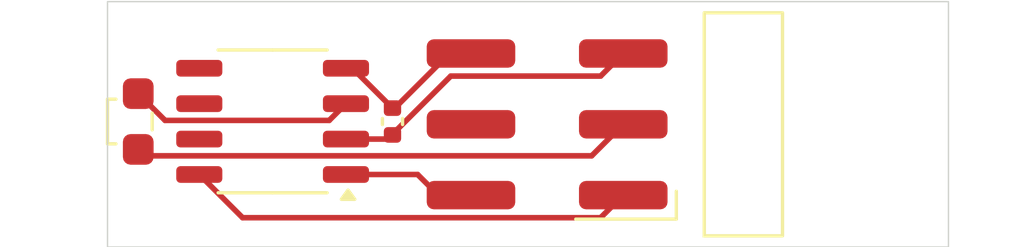
<source format=kicad_pcb>
(kicad_pcb (version 20240108) (generator "pcbnew") (generator_version "8.0")
  (layers (0 "F.Cu" signal) (31 "B.Cu" signal) (34 "B.Paste" user) (35 "F.Paste" user) (36 "B.SilkS" user "B.Silkscreen") (37 "F.SilkS" user "F.Silkscreen") (38 "B.Mask" user) (39 "F.Mask" user) (44 "Edge.Cuts" user))
  (net 0 "")
  (net 1 "/TX{slash}SWIO")
  (net 2 "VSS")
  (net 4 "/RX")
  (net 5 "VDD")
  (net 8 "/LED")
  (net 9 "/DIM")
  (footprint "agausmann:LiteOn_LTST-S270KxKT" (layer "F.Cu") (at 151.4 72.9 90)
    (property "Reference" "D1" (hide yes))
    (property "Value" "LED")
    (fp_line (start 0.8 -1.1) (end 0.8 -0.8) (stroke (width 0.12)) (layer "F.SilkS"))
    (fp_line (start -0.8 -1.1) (end 0.8 -1.1) (stroke (width 0.12)) (layer "F.SilkS"))
    (fp_line (start -0.8 -0.8) (end -0.8 -1.1) (stroke (width 0.12)) (layer "F.SilkS"))
    (fp_line (start -0.3 0.5) (end 0.3 0.5) (stroke (width 0.12)) (layer "F.SilkS"))
    (pad "1" smd roundrect (at -1 0 90) (size 1.1 1.1) (layers "F.Cu" "F.Paste" "F.Mask") (net 9 "/DIM"))
    (pad "2" smd roundrect (at 1 0 90) (size 1.1 1.1) (layers "F.Cu" "F.Paste" "F.Mask") (net 8 "/LED"))
  )
  (footprint "agausmann:Conn_HCTL_PZ254-2-03-WS" (layer "F.Cu") (at 173.06 73 90)
    (property "Reference" "J1" (hide yes))
    (property "Value" "Backplane")
    (fp_line (start -3.4 -2.4) (end -3.4 -6) (stroke (width 0.12)) (layer "F.SilkS"))
    (fp_line (start -3.4 -2.4) (end -2.4 -2.4) (stroke (width 0.12)) (layer "F.SilkS"))
    (fp_rect (start -4 -1.4) (end 4 1.4) (stroke (width 0.12)) (fill none) (layer "F.SilkS"))
    (pad "1" smd roundrect (at -2.54 -4.3 270) (size 1.02 3.17) (layers "F.Cu" "F.Paste" "F.Mask") (net 1 "/TX{slash}SWIO"))
    (pad "2" smd roundrect (at -2.54 -9.75 270) (size 1.02 3.17) (layers "F.Cu" "F.Paste" "F.Mask") (net 4 "/RX"))
    (pad "3" smd roundrect (at 0 -4.3 270) (size 1.02 3.17) (layers "F.Cu" "F.Paste" "F.Mask") (net 9 "/DIM"))
    (pad "4" smd roundrect (at 0 -9.75 270) (size 1.02 3.17) (layers "F.Cu" "F.Paste" "F.Mask"))
    (pad "5" smd roundrect (at 2.54 -4.3 270) (size 1.02 3.17) (layers "F.Cu" "F.Paste" "F.Mask") (net 2 "VSS"))
    (pad "6" smd roundrect (at 2.54 -9.75 270) (size 1.02 3.17) (layers "F.Cu" "F.Paste" "F.Mask") (net 5 "VDD"))
  )
  (footprint "Package_SO:SOP-8_3.9x4.9mm_P1.27mm" (layer "F.Cu") (at 156.21 72.895 180)
    (property "Reference" "U1" (hide yes))
    (property "Value" "CH32V003J4M6")
    (fp_line (start 0 2.56) (end 1.95 2.56) (stroke (width 0.12)) (layer "F.SilkS"))
    (fp_line (start 0 2.56) (end -1.95 2.56) (stroke (width 0.12)) (layer "F.SilkS"))
    (fp_line (start 0 -2.56) (end 1.95 -2.56) (stroke (width 0.12)) (layer "F.SilkS"))
    (fp_line (start 0 -2.56) (end -1.95 -2.56) (stroke (width 0.12)) (layer "F.SilkS"))
    (fp_poly (pts (xy -2.7 -2.465) (xy -2.94 -2.795) (xy -2.46 -2.795) (xy -2.7 -2.465)) (stroke (width 0.12)) (fill solid) (layer "F.SilkS"))
    (pad "1" smd roundrect (at -2.625 -1.905 180) (size 1.65 0.6) (layers "F.Cu" "F.Paste" "F.Mask") (net 4 "/RX"))
    (pad "2" smd roundrect (at -2.625 -0.635 180) (size 1.65 0.6) (layers "F.Cu" "F.Paste" "F.Mask") (net 2 "VSS"))
    (pad "3" smd roundrect (at -2.625 0.635 180) (size 1.65 0.6) (layers "F.Cu" "F.Paste" "F.Mask") (net 8 "/LED"))
    (pad "4" smd roundrect (at -2.625 1.905 180) (size 1.65 0.6) (layers "F.Cu" "F.Paste" "F.Mask") (net 5 "VDD"))
    (pad "5" smd roundrect (at 2.625 1.905 180) (size 1.65 0.6) (layers "F.Cu" "F.Paste" "F.Mask"))
    (pad "6" smd roundrect (at 2.625 0.635 180) (size 1.65 0.6) (layers "F.Cu" "F.Paste" "F.Mask"))
    (pad "7" smd roundrect (at 2.625 -0.635 180) (size 1.65 0.6) (layers "F.Cu" "F.Paste" "F.Mask"))
    (pad "8" smd roundrect (at 2.625 -1.905 180) (size 1.65 0.6) (layers "F.Cu" "F.Paste" "F.Mask") (net 1 "/TX{slash}SWIO"))
  )
  (footprint "Capacitor_SMD:C_0402_1005Metric" (layer "F.Cu") (at 160.5 72.9 -90)
    (property "Reference" "C1" (hide yes))
    (property "Value" "100nF")
    (fp_line (start -0.107836 0.36) (end 0.107836 0.36) (stroke (width 0.12)) (layer "F.SilkS"))
    (fp_line (start -0.107836 -0.36) (end 0.107836 -0.36) (stroke (width 0.12)) (layer "F.SilkS"))
    (pad "1" smd roundrect (at -0.48 0 270) (size 0.56 0.62) (layers "F.Cu" "F.Paste" "F.Mask") (net 5 "VDD"))
    (pad "2" smd roundrect (at 0.48 0 270) (size 0.56 0.62) (layers "F.Cu" "F.Paste" "F.Mask") (net 2 "VSS"))
  )
  (gr_rect (start 150.3 68.6) (end 180.4 77.4) (stroke (width 0.05)) (fill none) (layer "Edge.Cuts"))
  (segment (start 155.135 76.35) (end 153.585 74.8) (width 0.2) (layer "F.Cu") (net 1))
  (segment (start 168.76 75.54) (end 167.95 76.35) (width 0.2) (layer "F.Cu") (net 1))
  (segment (start 167.95 76.35) (end 155.135 76.35) (width 0.2) (layer "F.Cu") (net 1))
  (segment (start 160.5 73.38) (end 160.35 73.53) (width 0.2) (layer "F.Cu") (net 2))
  (segment (start 160.5 73.356134) (end 162.586134 71.27) (width 0.2) (layer "F.Cu") (net 2))
  (segment (start 162.586134 71.27) (end 167.95 71.27) (width 0.2) (layer "F.Cu") (net 2))
  (segment (start 160.5 73.38) (end 160.5 73.356134) (width 0.2) (layer "F.Cu") (net 2))
  (segment (start 167.95 71.27) (end 168.76 70.46) (width 0.2) (layer "F.Cu") (net 2))
  (segment (start 160.35 73.53) (end 158.835 73.53) (width 0.2) (layer "F.Cu") (net 2))
  (segment (start 162.14 75.54) (end 161.4 74.8) (width 0.2) (layer "F.Cu") (net 4))
  (segment (start 161.4 74.8) (end 158.835 74.8) (width 0.2) (layer "F.Cu") (net 4))
  (segment (start 163.31 75.54) (end 162.14 75.54) (width 0.2) (layer "F.Cu") (net 4))
  (segment (start 160.58 72.42) (end 160.5 72.42) (width 0.2) (layer "F.Cu") (net 5))
  (segment (start 163.31 70.46) (end 162.54 70.46) (width 0.2) (layer "F.Cu") (net 5))
  (segment (start 159.07 70.99) (end 160.5 72.42) (width 0.2) (layer "F.Cu") (net 5))
  (segment (start 162.54 70.46) (end 160.58 72.42) (width 0.2) (layer "F.Cu") (net 5))
  (segment (start 158.835 70.99) (end 159.07 70.99) (width 0.2) (layer "F.Cu") (net 5))
  (segment (start 158.835 72.26) (end 158.235 72.86) (width 0.2) (layer "F.Cu") (net 8))
  (segment (start 152.36 72.86) (end 151.4 71.9) (width 0.2) (layer "F.Cu") (net 8))
  (segment (start 158.235 72.86) (end 152.36 72.86) (width 0.2) (layer "F.Cu") (net 8))
  (segment (start 167.63 74.13) (end 151.63 74.13) (width 0.2) (layer "F.Cu") (net 9))
  (segment (start 151.63 74.13) (end 151.4 73.9) (width 0.2) (layer "F.Cu") (net 9))
  (segment (start 168.76 73) (end 167.63 74.13) (width 0.2) (layer "F.Cu") (net 9))
)
</source>
